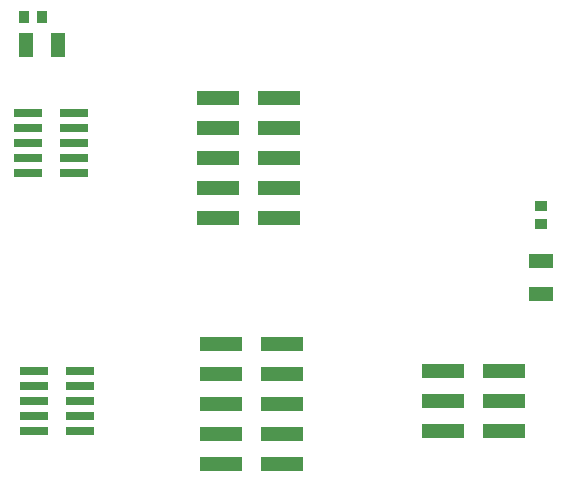
<source format=gts>
G04 #@! TF.GenerationSoftware,KiCad,Pcbnew,5.1.5-52549c5~86~ubuntu18.04.1*
G04 #@! TF.CreationDate,2020-12-07T21:37:36-08:00*
G04 #@! TF.ProjectId,Atmel_Adapter_rev01,41746d65-6c5f-4416-9461-707465725f72,rev?*
G04 #@! TF.SameCoordinates,Original*
G04 #@! TF.FileFunction,Soldermask,Top*
G04 #@! TF.FilePolarity,Negative*
%FSLAX46Y46*%
G04 Gerber Fmt 4.6, Leading zero omitted, Abs format (unit mm)*
G04 Created by KiCad (PCBNEW 5.1.5-52549c5~86~ubuntu18.04.1) date 2020-12-07 21:37:36*
%MOMM*%
%LPD*%
G04 APERTURE LIST*
%ADD10R,2.400000X0.760000*%
%ADD11R,3.560000X1.270000*%
%ADD12R,1.250000X2.000000*%
%ADD13R,2.000000X1.250000*%
%ADD14R,0.899160X1.000760*%
%ADD15R,1.000760X0.899160*%
G04 APERTURE END LIST*
D10*
X113456000Y-71882000D03*
X113456000Y-73152000D03*
X109556000Y-73152000D03*
X109556000Y-71882000D03*
X109556000Y-68072000D03*
X109556000Y-69342000D03*
X109556000Y-70612000D03*
X113456000Y-70612000D03*
X113456000Y-69342000D03*
X113456000Y-68072000D03*
X113964000Y-89916000D03*
X113964000Y-91186000D03*
X113964000Y-92456000D03*
X110064000Y-92456000D03*
X110064000Y-91186000D03*
X110064000Y-89916000D03*
X110064000Y-93726000D03*
X110064000Y-94996000D03*
X113964000Y-94996000D03*
X113964000Y-93726000D03*
D11*
X131129000Y-87630000D03*
X131129000Y-90170000D03*
X131129000Y-92710000D03*
X125919000Y-92710000D03*
X125919000Y-90170000D03*
X125919000Y-87630000D03*
X125919000Y-95270000D03*
X125919000Y-97810000D03*
X131129000Y-97810000D03*
X131129000Y-95270000D03*
X130875000Y-74442000D03*
X130875000Y-76982000D03*
X125665000Y-76982000D03*
X125665000Y-74442000D03*
X125665000Y-66802000D03*
X125665000Y-69342000D03*
X125665000Y-71882000D03*
X130875000Y-71882000D03*
X130875000Y-69342000D03*
X130875000Y-66802000D03*
X149925000Y-95016000D03*
X144715000Y-95016000D03*
X144715000Y-89916000D03*
X144715000Y-92456000D03*
X149925000Y-92456000D03*
X149925000Y-89916000D03*
D12*
X109385000Y-62310000D03*
X112135000Y-62310000D03*
D13*
X153000000Y-80625000D03*
X153000000Y-83375000D03*
D14*
X109248160Y-60000000D03*
X110751840Y-60000000D03*
D15*
X153000000Y-77503680D03*
X153000000Y-76000000D03*
M02*

</source>
